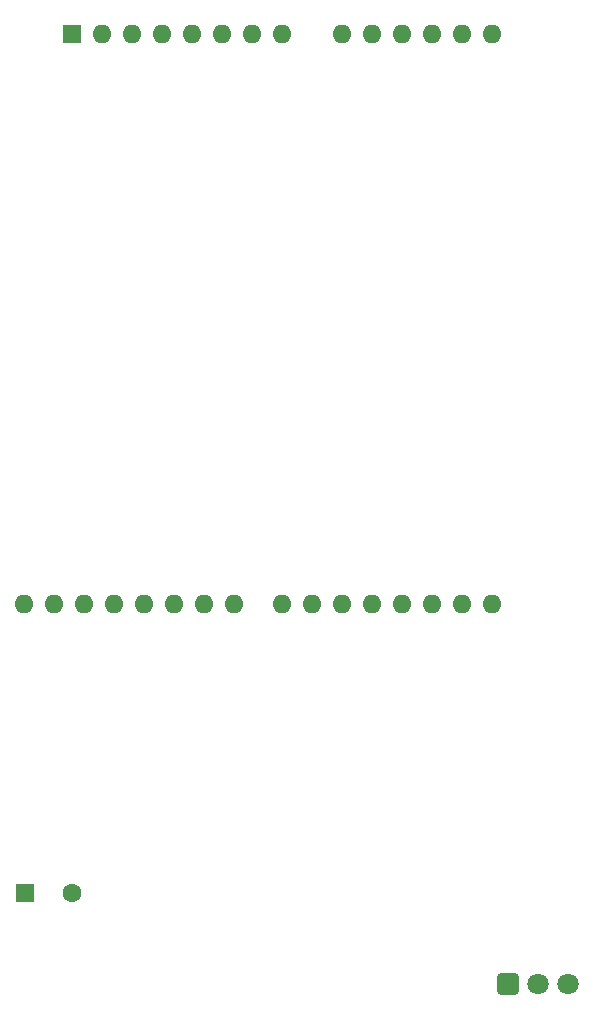
<source format=gbr>
%TF.GenerationSoftware,KiCad,Pcbnew,9.0.0*%
%TF.CreationDate,2025-04-20T12:54:08+05:30*%
%TF.ProjectId,IOT based traffic light smart control innovation,494f5420-6261-4736-9564-207472616666,rev?*%
%TF.SameCoordinates,Original*%
%TF.FileFunction,Copper,L2,Bot*%
%TF.FilePolarity,Positive*%
%FSLAX46Y46*%
G04 Gerber Fmt 4.6, Leading zero omitted, Abs format (unit mm)*
G04 Created by KiCad (PCBNEW 9.0.0) date 2025-04-20 12:54:08*
%MOMM*%
%LPD*%
G01*
G04 APERTURE LIST*
G04 Aperture macros list*
%AMRoundRect*
0 Rectangle with rounded corners*
0 $1 Rounding radius*
0 $2 $3 $4 $5 $6 $7 $8 $9 X,Y pos of 4 corners*
0 Add a 4 corners polygon primitive as box body*
4,1,4,$2,$3,$4,$5,$6,$7,$8,$9,$2,$3,0*
0 Add four circle primitives for the rounded corners*
1,1,$1+$1,$2,$3*
1,1,$1+$1,$4,$5*
1,1,$1+$1,$6,$7*
1,1,$1+$1,$8,$9*
0 Add four rect primitives between the rounded corners*
20,1,$1+$1,$2,$3,$4,$5,0*
20,1,$1+$1,$4,$5,$6,$7,0*
20,1,$1+$1,$6,$7,$8,$9,0*
20,1,$1+$1,$8,$9,$2,$3,0*%
G04 Aperture macros list end*
%TA.AperFunction,ComponentPad*%
%ADD10RoundRect,0.248400X-0.651600X-0.651600X0.651600X-0.651600X0.651600X0.651600X-0.651600X0.651600X0*%
%TD*%
%TA.AperFunction,ComponentPad*%
%ADD11C,1.800000*%
%TD*%
%TA.AperFunction,ComponentPad*%
%ADD12R,1.600000X1.600000*%
%TD*%
%TA.AperFunction,ComponentPad*%
%ADD13C,1.600000*%
%TD*%
%TA.AperFunction,ComponentPad*%
%ADD14O,1.600000X1.600000*%
%TD*%
G04 APERTURE END LIST*
D10*
%TO.P,U2,1,OUT*%
%TO.N,unconnected-(U2-OUT-Pad1)*%
X141960000Y-146185000D03*
D11*
%TO.P,U2,2,GND*%
%TO.N,unconnected-(U2-GND-Pad2)*%
X144500000Y-146185000D03*
%TO.P,U2,3,Vs*%
%TO.N,Net-(A2-D4)*%
X147040000Y-146185000D03*
%TD*%
D12*
%TO.P,BZ1,1,+*%
%TO.N,Net-(BZ1-+)*%
X101000000Y-138500000D03*
D13*
%TO.P,BZ1,2,-*%
%TO.N,Earth*%
X105000000Y-138500000D03*
%TD*%
D12*
%TO.P,A2,1,NC*%
%TO.N,unconnected-(A2-NC-Pad1)*%
X104980000Y-65740000D03*
D14*
%TO.P,A2,2,IOREF*%
%TO.N,unconnected-(A2-IOREF-Pad2)*%
X107520000Y-65740000D03*
%TO.P,A2,3,~{RESET}*%
%TO.N,unconnected-(A2-~{RESET}-Pad3)*%
X110060000Y-65740000D03*
%TO.P,A2,4,3V3*%
%TO.N,unconnected-(A2-3V3-Pad4)*%
X112600000Y-65740000D03*
%TO.P,A2,5,+5V*%
%TO.N,Net-(A2-+5V)*%
X115140000Y-65740000D03*
%TO.P,A2,6,GND*%
%TO.N,unconnected-(A2-GND-Pad6)*%
X117680000Y-65740000D03*
%TO.P,A2,7,GND*%
%TO.N,GND*%
X120220000Y-65740000D03*
%TO.P,A2,8,VIN*%
%TO.N,Net-(A2-VIN)*%
X122760000Y-65740000D03*
%TO.P,A2,9,A0*%
%TO.N,unconnected-(A2-A0-Pad9)*%
X127840000Y-65740000D03*
%TO.P,A2,10,A1*%
%TO.N,unconnected-(A2-A1-Pad10)*%
X130380000Y-65740000D03*
%TO.P,A2,11,A2*%
%TO.N,unconnected-(A2-A2-Pad11)*%
X132920000Y-65740000D03*
%TO.P,A2,12,A3*%
%TO.N,unconnected-(A2-A3-Pad12)*%
X135460000Y-65740000D03*
%TO.P,A2,13,SDA/A4*%
%TO.N,unconnected-(A2-SDA{slash}A4-Pad13)*%
X138000000Y-65740000D03*
%TO.P,A2,14,SCL/A5*%
%TO.N,unconnected-(A2-SCL{slash}A5-Pad14)*%
X140540000Y-65740000D03*
%TO.P,A2,15,D0/RX*%
%TO.N,unconnected-(A2-D0{slash}RX-Pad15)*%
X140540000Y-114000000D03*
%TO.P,A2,16,D1/TX*%
%TO.N,Net-(A2-D1{slash}TX)*%
X138000000Y-114000000D03*
%TO.P,A2,17,D2*%
%TO.N,unconnected-(A2-D2-Pad17)*%
X135460000Y-114000000D03*
%TO.P,A2,18,D3*%
%TO.N,unconnected-(A2-D3-Pad18)*%
X132920000Y-114000000D03*
%TO.P,A2,19,D4*%
%TO.N,Net-(A2-D4)*%
X130380000Y-114000000D03*
%TO.P,A2,20,D5*%
%TO.N,Net-(A2-D5)*%
X127840000Y-114000000D03*
%TO.P,A2,21,D6*%
%TO.N,unconnected-(A2-D6-Pad21)*%
X125300000Y-114000000D03*
%TO.P,A2,22,D7*%
%TO.N,unconnected-(A2-D7-Pad22)*%
X122760000Y-114000000D03*
%TO.P,A2,23,D8*%
%TO.N,unconnected-(A2-D8-Pad23)*%
X118700000Y-114000000D03*
%TO.P,A2,24,D9*%
%TO.N,Net-(A2-D9)*%
X116160000Y-114000000D03*
%TO.P,A2,25,D10*%
%TO.N,unconnected-(A2-D10-Pad25)*%
X113620000Y-114000000D03*
%TO.P,A2,26,D11*%
%TO.N,unconnected-(A2-D11-Pad26)*%
X111080000Y-114000000D03*
%TO.P,A2,27,D12*%
%TO.N,unconnected-(A2-D12-Pad27)*%
X108540000Y-114000000D03*
%TO.P,A2,28,D13*%
%TO.N,Net-(A2-D13)*%
X106000000Y-114000000D03*
%TO.P,A2,29,GND*%
%TO.N,unconnected-(A2-GND-Pad29)*%
X103460000Y-114000000D03*
%TO.P,A2,30,AREF*%
%TO.N,unconnected-(A2-AREF-Pad30)*%
X100920000Y-114000000D03*
%TD*%
M02*

</source>
